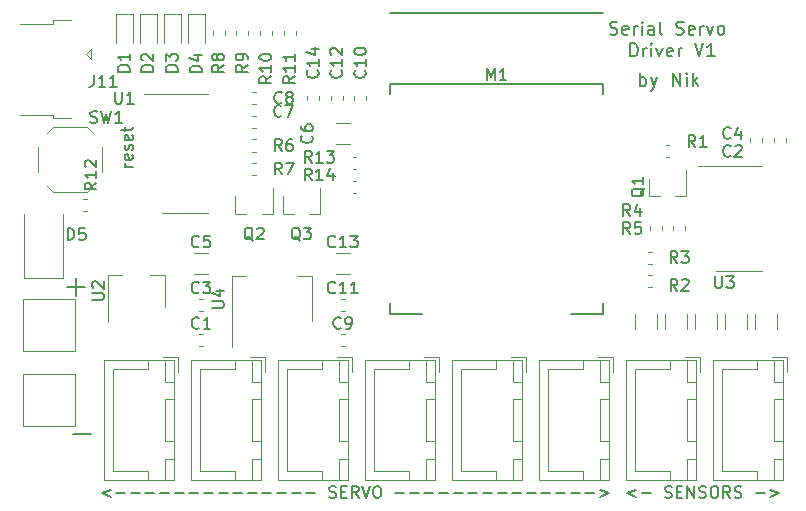
<source format=gbr>
G04 #@! TF.GenerationSoftware,KiCad,Pcbnew,5.1.5*
G04 #@! TF.CreationDate,2020-01-02T18:37:30+01:00*
G04 #@! TF.ProjectId,servodriver,73657276-6f64-4726-9976-65722e6b6963,rev?*
G04 #@! TF.SameCoordinates,Original*
G04 #@! TF.FileFunction,Legend,Top*
G04 #@! TF.FilePolarity,Positive*
%FSLAX46Y46*%
G04 Gerber Fmt 4.6, Leading zero omitted, Abs format (unit mm)*
G04 Created by KiCad (PCBNEW 5.1.5) date 2020-01-02 18:37:30*
%MOMM*%
%LPD*%
G04 APERTURE LIST*
%ADD10C,0.150000*%
%ADD11C,0.200000*%
%ADD12C,0.120000*%
G04 APERTURE END LIST*
D10*
X170355333Y-103671714D02*
X169593428Y-103957428D01*
X170355333Y-104243142D01*
X170831523Y-103957428D02*
X171593428Y-103957428D01*
X172783904Y-104290761D02*
X172926761Y-104338380D01*
X173164857Y-104338380D01*
X173260095Y-104290761D01*
X173307714Y-104243142D01*
X173355333Y-104147904D01*
X173355333Y-104052666D01*
X173307714Y-103957428D01*
X173260095Y-103909809D01*
X173164857Y-103862190D01*
X172974380Y-103814571D01*
X172879142Y-103766952D01*
X172831523Y-103719333D01*
X172783904Y-103624095D01*
X172783904Y-103528857D01*
X172831523Y-103433619D01*
X172879142Y-103386000D01*
X172974380Y-103338380D01*
X173212476Y-103338380D01*
X173355333Y-103386000D01*
X173783904Y-103814571D02*
X174117238Y-103814571D01*
X174260095Y-104338380D02*
X173783904Y-104338380D01*
X173783904Y-103338380D01*
X174260095Y-103338380D01*
X174688666Y-104338380D02*
X174688666Y-103338380D01*
X175260095Y-104338380D01*
X175260095Y-103338380D01*
X175688666Y-104290761D02*
X175831523Y-104338380D01*
X176069619Y-104338380D01*
X176164857Y-104290761D01*
X176212476Y-104243142D01*
X176260095Y-104147904D01*
X176260095Y-104052666D01*
X176212476Y-103957428D01*
X176164857Y-103909809D01*
X176069619Y-103862190D01*
X175879142Y-103814571D01*
X175783904Y-103766952D01*
X175736285Y-103719333D01*
X175688666Y-103624095D01*
X175688666Y-103528857D01*
X175736285Y-103433619D01*
X175783904Y-103386000D01*
X175879142Y-103338380D01*
X176117238Y-103338380D01*
X176260095Y-103386000D01*
X176879142Y-103338380D02*
X177069619Y-103338380D01*
X177164857Y-103386000D01*
X177260095Y-103481238D01*
X177307714Y-103671714D01*
X177307714Y-104005047D01*
X177260095Y-104195523D01*
X177164857Y-104290761D01*
X177069619Y-104338380D01*
X176879142Y-104338380D01*
X176783904Y-104290761D01*
X176688666Y-104195523D01*
X176641047Y-104005047D01*
X176641047Y-103671714D01*
X176688666Y-103481238D01*
X176783904Y-103386000D01*
X176879142Y-103338380D01*
X178307714Y-104338380D02*
X177974380Y-103862190D01*
X177736285Y-104338380D02*
X177736285Y-103338380D01*
X178117238Y-103338380D01*
X178212476Y-103386000D01*
X178260095Y-103433619D01*
X178307714Y-103528857D01*
X178307714Y-103671714D01*
X178260095Y-103766952D01*
X178212476Y-103814571D01*
X178117238Y-103862190D01*
X177736285Y-103862190D01*
X178688666Y-104290761D02*
X178831523Y-104338380D01*
X179069619Y-104338380D01*
X179164857Y-104290761D01*
X179212476Y-104243142D01*
X179260095Y-104147904D01*
X179260095Y-104052666D01*
X179212476Y-103957428D01*
X179164857Y-103909809D01*
X179069619Y-103862190D01*
X178879142Y-103814571D01*
X178783904Y-103766952D01*
X178736285Y-103719333D01*
X178688666Y-103624095D01*
X178688666Y-103528857D01*
X178736285Y-103433619D01*
X178783904Y-103386000D01*
X178879142Y-103338380D01*
X179117238Y-103338380D01*
X179260095Y-103386000D01*
X180450571Y-103957428D02*
X181212476Y-103957428D01*
X181688666Y-103671714D02*
X182450571Y-103957428D01*
X181688666Y-104243142D01*
X125843714Y-103671714D02*
X125081809Y-103957428D01*
X125843714Y-104243142D01*
X126319904Y-103957428D02*
X127081809Y-103957428D01*
X127557999Y-103957428D02*
X128319904Y-103957428D01*
X128796095Y-103957428D02*
X129557999Y-103957428D01*
X130034190Y-103957428D02*
X130796095Y-103957428D01*
X131272285Y-103957428D02*
X132034190Y-103957428D01*
X132510380Y-103957428D02*
X133272285Y-103957428D01*
X133748476Y-103957428D02*
X134510380Y-103957428D01*
X134986571Y-103957428D02*
X135748476Y-103957428D01*
X136224666Y-103957428D02*
X136986571Y-103957428D01*
X137462761Y-103957428D02*
X138224666Y-103957428D01*
X138700857Y-103957428D02*
X139462761Y-103957428D01*
X139938952Y-103957428D02*
X140700857Y-103957428D01*
X141177047Y-103957428D02*
X141938952Y-103957428D01*
X142415142Y-103957428D02*
X143177047Y-103957428D01*
X144367523Y-104290761D02*
X144510380Y-104338380D01*
X144748476Y-104338380D01*
X144843714Y-104290761D01*
X144891333Y-104243142D01*
X144938952Y-104147904D01*
X144938952Y-104052666D01*
X144891333Y-103957428D01*
X144843714Y-103909809D01*
X144748476Y-103862190D01*
X144558000Y-103814571D01*
X144462761Y-103766952D01*
X144415142Y-103719333D01*
X144367523Y-103624095D01*
X144367523Y-103528857D01*
X144415142Y-103433619D01*
X144462761Y-103386000D01*
X144558000Y-103338380D01*
X144796095Y-103338380D01*
X144938952Y-103386000D01*
X145367523Y-103814571D02*
X145700857Y-103814571D01*
X145843714Y-104338380D02*
X145367523Y-104338380D01*
X145367523Y-103338380D01*
X145843714Y-103338380D01*
X146843714Y-104338380D02*
X146510380Y-103862190D01*
X146272285Y-104338380D02*
X146272285Y-103338380D01*
X146653238Y-103338380D01*
X146748476Y-103386000D01*
X146796095Y-103433619D01*
X146843714Y-103528857D01*
X146843714Y-103671714D01*
X146796095Y-103766952D01*
X146748476Y-103814571D01*
X146653238Y-103862190D01*
X146272285Y-103862190D01*
X147129428Y-103338380D02*
X147462761Y-104338380D01*
X147796095Y-103338380D01*
X148319904Y-103338380D02*
X148510380Y-103338380D01*
X148605619Y-103386000D01*
X148700857Y-103481238D01*
X148748476Y-103671714D01*
X148748476Y-104005047D01*
X148700857Y-104195523D01*
X148605619Y-104290761D01*
X148510380Y-104338380D01*
X148319904Y-104338380D01*
X148224666Y-104290761D01*
X148129428Y-104195523D01*
X148081809Y-104005047D01*
X148081809Y-103671714D01*
X148129428Y-103481238D01*
X148224666Y-103386000D01*
X148319904Y-103338380D01*
X149938952Y-103957428D02*
X150700857Y-103957428D01*
X151177047Y-103957428D02*
X151938952Y-103957428D01*
X152415142Y-103957428D02*
X153177047Y-103957428D01*
X153653238Y-103957428D02*
X154415142Y-103957428D01*
X154891333Y-103957428D02*
X155653238Y-103957428D01*
X156129428Y-103957428D02*
X156891333Y-103957428D01*
X157367523Y-103957428D02*
X158129428Y-103957428D01*
X158605619Y-103957428D02*
X159367523Y-103957428D01*
X159843714Y-103957428D02*
X160605619Y-103957428D01*
X161081809Y-103957428D02*
X161843714Y-103957428D01*
X162319904Y-103957428D02*
X163081809Y-103957428D01*
X163558000Y-103957428D02*
X164319904Y-103957428D01*
X164796095Y-103957428D02*
X165558000Y-103957428D01*
X166034190Y-103957428D02*
X166796095Y-103957428D01*
X167272285Y-103671714D02*
X168034190Y-103957428D01*
X167272285Y-104243142D01*
X122682095Y-98948857D02*
X124205904Y-98948857D01*
X122174095Y-86502857D02*
X123697904Y-86502857D01*
X122936000Y-87264761D02*
X122936000Y-85740952D01*
X127706380Y-76295047D02*
X127039714Y-76295047D01*
X127230190Y-76295047D02*
X127134952Y-76247428D01*
X127087333Y-76199809D01*
X127039714Y-76104571D01*
X127039714Y-76009333D01*
X127658761Y-75295047D02*
X127706380Y-75390285D01*
X127706380Y-75580761D01*
X127658761Y-75676000D01*
X127563523Y-75723619D01*
X127182571Y-75723619D01*
X127087333Y-75676000D01*
X127039714Y-75580761D01*
X127039714Y-75390285D01*
X127087333Y-75295047D01*
X127182571Y-75247428D01*
X127277809Y-75247428D01*
X127373047Y-75723619D01*
X127658761Y-74866476D02*
X127706380Y-74771238D01*
X127706380Y-74580761D01*
X127658761Y-74485523D01*
X127563523Y-74437904D01*
X127515904Y-74437904D01*
X127420666Y-74485523D01*
X127373047Y-74580761D01*
X127373047Y-74723619D01*
X127325428Y-74818857D01*
X127230190Y-74866476D01*
X127182571Y-74866476D01*
X127087333Y-74818857D01*
X127039714Y-74723619D01*
X127039714Y-74580761D01*
X127087333Y-74485523D01*
X127658761Y-73628380D02*
X127706380Y-73723619D01*
X127706380Y-73914095D01*
X127658761Y-74009333D01*
X127563523Y-74056952D01*
X127182571Y-74056952D01*
X127087333Y-74009333D01*
X127039714Y-73914095D01*
X127039714Y-73723619D01*
X127087333Y-73628380D01*
X127182571Y-73580761D01*
X127277809Y-73580761D01*
X127373047Y-74056952D01*
X127039714Y-73295047D02*
X127039714Y-72914095D01*
X126706380Y-73152190D02*
X127563523Y-73152190D01*
X127658761Y-73104571D01*
X127706380Y-73009333D01*
X127706380Y-72914095D01*
D11*
X168128761Y-65052238D02*
X168285904Y-65104619D01*
X168547809Y-65104619D01*
X168652571Y-65052238D01*
X168704952Y-64999857D01*
X168757333Y-64895095D01*
X168757333Y-64790333D01*
X168704952Y-64685571D01*
X168652571Y-64633190D01*
X168547809Y-64580809D01*
X168338285Y-64528428D01*
X168233523Y-64476047D01*
X168181142Y-64423666D01*
X168128761Y-64318904D01*
X168128761Y-64214142D01*
X168181142Y-64109380D01*
X168233523Y-64057000D01*
X168338285Y-64004619D01*
X168600190Y-64004619D01*
X168757333Y-64057000D01*
X169647809Y-65052238D02*
X169543047Y-65104619D01*
X169333523Y-65104619D01*
X169228761Y-65052238D01*
X169176380Y-64947476D01*
X169176380Y-64528428D01*
X169228761Y-64423666D01*
X169333523Y-64371285D01*
X169543047Y-64371285D01*
X169647809Y-64423666D01*
X169700190Y-64528428D01*
X169700190Y-64633190D01*
X169176380Y-64737952D01*
X170171619Y-65104619D02*
X170171619Y-64371285D01*
X170171619Y-64580809D02*
X170224000Y-64476047D01*
X170276380Y-64423666D01*
X170381142Y-64371285D01*
X170485904Y-64371285D01*
X170852571Y-65104619D02*
X170852571Y-64371285D01*
X170852571Y-64004619D02*
X170800190Y-64057000D01*
X170852571Y-64109380D01*
X170904952Y-64057000D01*
X170852571Y-64004619D01*
X170852571Y-64109380D01*
X171847809Y-65104619D02*
X171847809Y-64528428D01*
X171795428Y-64423666D01*
X171690666Y-64371285D01*
X171481142Y-64371285D01*
X171376380Y-64423666D01*
X171847809Y-65052238D02*
X171743047Y-65104619D01*
X171481142Y-65104619D01*
X171376380Y-65052238D01*
X171324000Y-64947476D01*
X171324000Y-64842714D01*
X171376380Y-64737952D01*
X171481142Y-64685571D01*
X171743047Y-64685571D01*
X171847809Y-64633190D01*
X172528761Y-65104619D02*
X172424000Y-65052238D01*
X172371619Y-64947476D01*
X172371619Y-64004619D01*
X173733523Y-65052238D02*
X173890666Y-65104619D01*
X174152571Y-65104619D01*
X174257333Y-65052238D01*
X174309714Y-64999857D01*
X174362095Y-64895095D01*
X174362095Y-64790333D01*
X174309714Y-64685571D01*
X174257333Y-64633190D01*
X174152571Y-64580809D01*
X173943047Y-64528428D01*
X173838285Y-64476047D01*
X173785904Y-64423666D01*
X173733523Y-64318904D01*
X173733523Y-64214142D01*
X173785904Y-64109380D01*
X173838285Y-64057000D01*
X173943047Y-64004619D01*
X174204952Y-64004619D01*
X174362095Y-64057000D01*
X175252571Y-65052238D02*
X175147809Y-65104619D01*
X174938285Y-65104619D01*
X174833523Y-65052238D01*
X174781142Y-64947476D01*
X174781142Y-64528428D01*
X174833523Y-64423666D01*
X174938285Y-64371285D01*
X175147809Y-64371285D01*
X175252571Y-64423666D01*
X175304952Y-64528428D01*
X175304952Y-64633190D01*
X174781142Y-64737952D01*
X175776380Y-65104619D02*
X175776380Y-64371285D01*
X175776380Y-64580809D02*
X175828761Y-64476047D01*
X175881142Y-64423666D01*
X175985904Y-64371285D01*
X176090666Y-64371285D01*
X176352571Y-64371285D02*
X176614476Y-65104619D01*
X176876380Y-64371285D01*
X177452571Y-65104619D02*
X177347809Y-65052238D01*
X177295428Y-64999857D01*
X177243047Y-64895095D01*
X177243047Y-64580809D01*
X177295428Y-64476047D01*
X177347809Y-64423666D01*
X177452571Y-64371285D01*
X177609714Y-64371285D01*
X177714476Y-64423666D01*
X177766857Y-64476047D01*
X177819238Y-64580809D01*
X177819238Y-64895095D01*
X177766857Y-64999857D01*
X177714476Y-65052238D01*
X177609714Y-65104619D01*
X177452571Y-65104619D01*
X169857333Y-66954619D02*
X169857333Y-65854619D01*
X170119238Y-65854619D01*
X170276380Y-65907000D01*
X170381142Y-66011761D01*
X170433523Y-66116523D01*
X170485904Y-66326047D01*
X170485904Y-66483190D01*
X170433523Y-66692714D01*
X170381142Y-66797476D01*
X170276380Y-66902238D01*
X170119238Y-66954619D01*
X169857333Y-66954619D01*
X170957333Y-66954619D02*
X170957333Y-66221285D01*
X170957333Y-66430809D02*
X171009714Y-66326047D01*
X171062095Y-66273666D01*
X171166857Y-66221285D01*
X171271619Y-66221285D01*
X171638285Y-66954619D02*
X171638285Y-66221285D01*
X171638285Y-65854619D02*
X171585904Y-65907000D01*
X171638285Y-65959380D01*
X171690666Y-65907000D01*
X171638285Y-65854619D01*
X171638285Y-65959380D01*
X172057333Y-66221285D02*
X172319238Y-66954619D01*
X172581142Y-66221285D01*
X173419238Y-66902238D02*
X173314476Y-66954619D01*
X173104952Y-66954619D01*
X173000190Y-66902238D01*
X172947809Y-66797476D01*
X172947809Y-66378428D01*
X173000190Y-66273666D01*
X173104952Y-66221285D01*
X173314476Y-66221285D01*
X173419238Y-66273666D01*
X173471619Y-66378428D01*
X173471619Y-66483190D01*
X172947809Y-66587952D01*
X173943047Y-66954619D02*
X173943047Y-66221285D01*
X173943047Y-66430809D02*
X173995428Y-66326047D01*
X174047809Y-66273666D01*
X174152571Y-66221285D01*
X174257333Y-66221285D01*
X175304952Y-65854619D02*
X175671619Y-66954619D01*
X176038285Y-65854619D01*
X176981142Y-66954619D02*
X176352571Y-66954619D01*
X176666857Y-66954619D02*
X176666857Y-65854619D01*
X176562095Y-66011761D01*
X176457333Y-66116523D01*
X176352571Y-66168904D01*
X170636714Y-69481238D02*
X170636714Y-68331238D01*
X170636714Y-68769333D02*
X170746238Y-68714571D01*
X170965285Y-68714571D01*
X171074809Y-68769333D01*
X171129571Y-68824095D01*
X171184333Y-68933619D01*
X171184333Y-69262190D01*
X171129571Y-69371714D01*
X171074809Y-69426476D01*
X170965285Y-69481238D01*
X170746238Y-69481238D01*
X170636714Y-69426476D01*
X171567666Y-68714571D02*
X171841476Y-69481238D01*
X172115285Y-68714571D02*
X171841476Y-69481238D01*
X171731952Y-69755047D01*
X171677190Y-69809809D01*
X171567666Y-69864571D01*
X173429571Y-69481238D02*
X173429571Y-68331238D01*
X174086714Y-69481238D01*
X174086714Y-68331238D01*
X174634333Y-69481238D02*
X174634333Y-68714571D01*
X174634333Y-68331238D02*
X174579571Y-68386000D01*
X174634333Y-68440761D01*
X174689095Y-68386000D01*
X174634333Y-68331238D01*
X174634333Y-68440761D01*
X175181952Y-69481238D02*
X175181952Y-68331238D01*
X175291476Y-69043142D02*
X175620047Y-69481238D01*
X175620047Y-68714571D02*
X175181952Y-69152666D01*
D12*
X136090000Y-91600000D02*
X136090000Y-85590000D01*
X142910000Y-89350000D02*
X142910000Y-85590000D01*
X136090000Y-85590000D02*
X137350000Y-85590000D01*
X142910000Y-85590000D02*
X141650000Y-85590000D01*
X125616000Y-85469000D02*
X126816000Y-85469000D01*
X125616000Y-89469000D02*
X125616000Y-85469000D01*
X130416000Y-85469000D02*
X130416000Y-88169000D01*
X129216000Y-85469000D02*
X130416000Y-85469000D01*
X175724000Y-92400000D02*
X174474000Y-92400000D01*
X175724000Y-93650000D02*
X175724000Y-92400000D01*
X170224000Y-102050000D02*
X170224000Y-97750000D01*
X173174000Y-102050000D02*
X170224000Y-102050000D01*
X173174000Y-102800000D02*
X173174000Y-102050000D01*
X170224000Y-93450000D02*
X170224000Y-97750000D01*
X173174000Y-93450000D02*
X170224000Y-93450000D01*
X173174000Y-92700000D02*
X173174000Y-93450000D01*
X175424000Y-102800000D02*
X175424000Y-101000000D01*
X174674000Y-102800000D02*
X175424000Y-102800000D01*
X174674000Y-101000000D02*
X174674000Y-102800000D01*
X175424000Y-101000000D02*
X174674000Y-101000000D01*
X175424000Y-94500000D02*
X175424000Y-92700000D01*
X174674000Y-94500000D02*
X175424000Y-94500000D01*
X174674000Y-92700000D02*
X174674000Y-94500000D01*
X175424000Y-92700000D02*
X174674000Y-92700000D01*
X175424000Y-99500000D02*
X175424000Y-96000000D01*
X174674000Y-99500000D02*
X175424000Y-99500000D01*
X174674000Y-96000000D02*
X174674000Y-99500000D01*
X175424000Y-96000000D02*
X174674000Y-96000000D01*
X175434000Y-102810000D02*
X175434000Y-92690000D01*
X169464000Y-102810000D02*
X175434000Y-102810000D01*
X169464000Y-92690000D02*
X169464000Y-102810000D01*
X175434000Y-92690000D02*
X169464000Y-92690000D01*
X118492000Y-85696000D02*
X118492000Y-80296000D01*
X121792000Y-85696000D02*
X121792000Y-80296000D01*
X118492000Y-85696000D02*
X121792000Y-85696000D01*
X123769000Y-66747000D02*
X124219000Y-66347000D01*
X124219000Y-66347000D02*
X124219000Y-67147000D01*
X124219000Y-67147000D02*
X123769000Y-66747000D01*
X118169000Y-71897000D02*
X120969000Y-71897000D01*
X120969000Y-71897000D02*
X120969000Y-72197000D01*
X120969000Y-72197000D02*
X122519000Y-72197000D01*
X118169000Y-64197000D02*
X120969000Y-64197000D01*
X120969000Y-63897000D02*
X120969000Y-64197000D01*
X120969000Y-63897000D02*
X122519000Y-63897000D01*
X179038000Y-76257000D02*
X175588000Y-76257000D01*
X179038000Y-76257000D02*
X180988000Y-76257000D01*
X179038000Y-85127000D02*
X177088000Y-85127000D01*
X179038000Y-85127000D02*
X180988000Y-85127000D01*
X132128000Y-70116000D02*
X128678000Y-70116000D01*
X132128000Y-70116000D02*
X134078000Y-70116000D01*
X132128000Y-80236000D02*
X130178000Y-80236000D01*
X132128000Y-80236000D02*
X134078000Y-80236000D01*
X123878000Y-78412000D02*
X124368000Y-77922000D01*
X120978000Y-78412000D02*
X123878000Y-78412000D01*
X120978000Y-78412000D02*
X120488000Y-77922000D01*
X120978000Y-72972000D02*
X123878000Y-72972000D01*
X120978000Y-72972000D02*
X120488000Y-73462000D01*
X125148000Y-76732000D02*
X125148000Y-74652000D01*
X123878000Y-72972000D02*
X124368000Y-73462000D01*
X119708000Y-76732000D02*
X119708000Y-74652000D01*
X146662779Y-77490000D02*
X146337221Y-77490000D01*
X146662779Y-78510000D02*
X146337221Y-78510000D01*
X146337221Y-76510000D02*
X146662779Y-76510000D01*
X146337221Y-75490000D02*
X146662779Y-75490000D01*
X123860779Y-78992000D02*
X123535221Y-78992000D01*
X123860779Y-80012000D02*
X123535221Y-80012000D01*
X141510000Y-65162779D02*
X141510000Y-64837221D01*
X140490000Y-65162779D02*
X140490000Y-64837221D01*
X139510000Y-65162779D02*
X139510000Y-64837221D01*
X138490000Y-65162779D02*
X138490000Y-64837221D01*
X137510000Y-65162779D02*
X137510000Y-64837221D01*
X136490000Y-65162779D02*
X136490000Y-64837221D01*
X135510000Y-65162779D02*
X135510000Y-64837221D01*
X134490000Y-65162779D02*
X134490000Y-64837221D01*
X138162779Y-75990000D02*
X137837221Y-75990000D01*
X138162779Y-77010000D02*
X137837221Y-77010000D01*
X138162779Y-73990000D02*
X137837221Y-73990000D01*
X138162779Y-75010000D02*
X137837221Y-75010000D01*
X174510000Y-81662779D02*
X174510000Y-81337221D01*
X173490000Y-81662779D02*
X173490000Y-81337221D01*
X172510000Y-81662779D02*
X172510000Y-81337221D01*
X171490000Y-81662779D02*
X171490000Y-81337221D01*
X171662779Y-83490000D02*
X171337221Y-83490000D01*
X171662779Y-84510000D02*
X171337221Y-84510000D01*
X171337221Y-86510000D02*
X171662779Y-86510000D01*
X171337221Y-85490000D02*
X171662779Y-85490000D01*
X173162779Y-74490000D02*
X172837221Y-74490000D01*
X173162779Y-75510000D02*
X172837221Y-75510000D01*
X140420000Y-80260000D02*
X140420000Y-78800000D01*
X143580000Y-80260000D02*
X143580000Y-78100000D01*
X143580000Y-80260000D02*
X142650000Y-80260000D01*
X140420000Y-80260000D02*
X141350000Y-80260000D01*
X136420000Y-80260000D02*
X136420000Y-78800000D01*
X139580000Y-80260000D02*
X139580000Y-78100000D01*
X139580000Y-80260000D02*
X138650000Y-80260000D01*
X136420000Y-80260000D02*
X137350000Y-80260000D01*
X171420000Y-78760000D02*
X171420000Y-77300000D01*
X174580000Y-78760000D02*
X174580000Y-76600000D01*
X174580000Y-78760000D02*
X173650000Y-78760000D01*
X171420000Y-78760000D02*
X172350000Y-78760000D01*
D10*
X149500000Y-63250000D02*
X167500000Y-63250000D01*
X149500000Y-69250000D02*
X167500000Y-69250000D01*
X149500000Y-88750000D02*
X152200000Y-88750000D01*
X167500000Y-88750000D02*
X164800000Y-88750000D01*
X167500000Y-69250000D02*
X167500000Y-70150000D01*
X149500000Y-69250000D02*
X167500000Y-69250000D01*
X149500000Y-88750000D02*
X149500000Y-87850000D01*
X167500000Y-88750000D02*
X167500000Y-87850000D01*
X149500000Y-69250000D02*
X149500000Y-70150000D01*
D12*
X168358000Y-92400000D02*
X167108000Y-92400000D01*
X168358000Y-93650000D02*
X168358000Y-92400000D01*
X162858000Y-102050000D02*
X162858000Y-97750000D01*
X165808000Y-102050000D02*
X162858000Y-102050000D01*
X165808000Y-102800000D02*
X165808000Y-102050000D01*
X162858000Y-93450000D02*
X162858000Y-97750000D01*
X165808000Y-93450000D02*
X162858000Y-93450000D01*
X165808000Y-92700000D02*
X165808000Y-93450000D01*
X168058000Y-102800000D02*
X168058000Y-101000000D01*
X167308000Y-102800000D02*
X168058000Y-102800000D01*
X167308000Y-101000000D02*
X167308000Y-102800000D01*
X168058000Y-101000000D02*
X167308000Y-101000000D01*
X168058000Y-94500000D02*
X168058000Y-92700000D01*
X167308000Y-94500000D02*
X168058000Y-94500000D01*
X167308000Y-92700000D02*
X167308000Y-94500000D01*
X168058000Y-92700000D02*
X167308000Y-92700000D01*
X168058000Y-99500000D02*
X168058000Y-96000000D01*
X167308000Y-99500000D02*
X168058000Y-99500000D01*
X167308000Y-96000000D02*
X167308000Y-99500000D01*
X168058000Y-96000000D02*
X167308000Y-96000000D01*
X168068000Y-102810000D02*
X168068000Y-92690000D01*
X162098000Y-102810000D02*
X168068000Y-102810000D01*
X162098000Y-92690000D02*
X162098000Y-102810000D01*
X168068000Y-92690000D02*
X162098000Y-92690000D01*
X131528000Y-92400000D02*
X130278000Y-92400000D01*
X131528000Y-93650000D02*
X131528000Y-92400000D01*
X126028000Y-102050000D02*
X126028000Y-97750000D01*
X128978000Y-102050000D02*
X126028000Y-102050000D01*
X128978000Y-102800000D02*
X128978000Y-102050000D01*
X126028000Y-93450000D02*
X126028000Y-97750000D01*
X128978000Y-93450000D02*
X126028000Y-93450000D01*
X128978000Y-92700000D02*
X128978000Y-93450000D01*
X131228000Y-102800000D02*
X131228000Y-101000000D01*
X130478000Y-102800000D02*
X131228000Y-102800000D01*
X130478000Y-101000000D02*
X130478000Y-102800000D01*
X131228000Y-101000000D02*
X130478000Y-101000000D01*
X131228000Y-94500000D02*
X131228000Y-92700000D01*
X130478000Y-94500000D02*
X131228000Y-94500000D01*
X130478000Y-92700000D02*
X130478000Y-94500000D01*
X131228000Y-92700000D02*
X130478000Y-92700000D01*
X131228000Y-99500000D02*
X131228000Y-96000000D01*
X130478000Y-99500000D02*
X131228000Y-99500000D01*
X130478000Y-96000000D02*
X130478000Y-99500000D01*
X131228000Y-96000000D02*
X130478000Y-96000000D01*
X131238000Y-102810000D02*
X131238000Y-92690000D01*
X125268000Y-102810000D02*
X131238000Y-102810000D01*
X125268000Y-92690000D02*
X125268000Y-102810000D01*
X131238000Y-92690000D02*
X125268000Y-92690000D01*
X146260000Y-92400000D02*
X145010000Y-92400000D01*
X146260000Y-93650000D02*
X146260000Y-92400000D01*
X140760000Y-102050000D02*
X140760000Y-97750000D01*
X143710000Y-102050000D02*
X140760000Y-102050000D01*
X143710000Y-102800000D02*
X143710000Y-102050000D01*
X140760000Y-93450000D02*
X140760000Y-97750000D01*
X143710000Y-93450000D02*
X140760000Y-93450000D01*
X143710000Y-92700000D02*
X143710000Y-93450000D01*
X145960000Y-102800000D02*
X145960000Y-101000000D01*
X145210000Y-102800000D02*
X145960000Y-102800000D01*
X145210000Y-101000000D02*
X145210000Y-102800000D01*
X145960000Y-101000000D02*
X145210000Y-101000000D01*
X145960000Y-94500000D02*
X145960000Y-92700000D01*
X145210000Y-94500000D02*
X145960000Y-94500000D01*
X145210000Y-92700000D02*
X145210000Y-94500000D01*
X145960000Y-92700000D02*
X145210000Y-92700000D01*
X145960000Y-99500000D02*
X145960000Y-96000000D01*
X145210000Y-99500000D02*
X145960000Y-99500000D01*
X145210000Y-96000000D02*
X145210000Y-99500000D01*
X145960000Y-96000000D02*
X145210000Y-96000000D01*
X145970000Y-102810000D02*
X145970000Y-92690000D01*
X140000000Y-102810000D02*
X145970000Y-102810000D01*
X140000000Y-92690000D02*
X140000000Y-102810000D01*
X145970000Y-92690000D02*
X140000000Y-92690000D01*
X138894000Y-92400000D02*
X137644000Y-92400000D01*
X138894000Y-93650000D02*
X138894000Y-92400000D01*
X133394000Y-102050000D02*
X133394000Y-97750000D01*
X136344000Y-102050000D02*
X133394000Y-102050000D01*
X136344000Y-102800000D02*
X136344000Y-102050000D01*
X133394000Y-93450000D02*
X133394000Y-97750000D01*
X136344000Y-93450000D02*
X133394000Y-93450000D01*
X136344000Y-92700000D02*
X136344000Y-93450000D01*
X138594000Y-102800000D02*
X138594000Y-101000000D01*
X137844000Y-102800000D02*
X138594000Y-102800000D01*
X137844000Y-101000000D02*
X137844000Y-102800000D01*
X138594000Y-101000000D02*
X137844000Y-101000000D01*
X138594000Y-94500000D02*
X138594000Y-92700000D01*
X137844000Y-94500000D02*
X138594000Y-94500000D01*
X137844000Y-92700000D02*
X137844000Y-94500000D01*
X138594000Y-92700000D02*
X137844000Y-92700000D01*
X138594000Y-99500000D02*
X138594000Y-96000000D01*
X137844000Y-99500000D02*
X138594000Y-99500000D01*
X137844000Y-96000000D02*
X137844000Y-99500000D01*
X138594000Y-96000000D02*
X137844000Y-96000000D01*
X138604000Y-102810000D02*
X138604000Y-92690000D01*
X132634000Y-102810000D02*
X138604000Y-102810000D01*
X132634000Y-92690000D02*
X132634000Y-102810000D01*
X138604000Y-92690000D02*
X132634000Y-92690000D01*
X160992000Y-92400000D02*
X159742000Y-92400000D01*
X160992000Y-93650000D02*
X160992000Y-92400000D01*
X155492000Y-102050000D02*
X155492000Y-97750000D01*
X158442000Y-102050000D02*
X155492000Y-102050000D01*
X158442000Y-102800000D02*
X158442000Y-102050000D01*
X155492000Y-93450000D02*
X155492000Y-97750000D01*
X158442000Y-93450000D02*
X155492000Y-93450000D01*
X158442000Y-92700000D02*
X158442000Y-93450000D01*
X160692000Y-102800000D02*
X160692000Y-101000000D01*
X159942000Y-102800000D02*
X160692000Y-102800000D01*
X159942000Y-101000000D02*
X159942000Y-102800000D01*
X160692000Y-101000000D02*
X159942000Y-101000000D01*
X160692000Y-94500000D02*
X160692000Y-92700000D01*
X159942000Y-94500000D02*
X160692000Y-94500000D01*
X159942000Y-92700000D02*
X159942000Y-94500000D01*
X160692000Y-92700000D02*
X159942000Y-92700000D01*
X160692000Y-99500000D02*
X160692000Y-96000000D01*
X159942000Y-99500000D02*
X160692000Y-99500000D01*
X159942000Y-96000000D02*
X159942000Y-99500000D01*
X160692000Y-96000000D02*
X159942000Y-96000000D01*
X160702000Y-102810000D02*
X160702000Y-92690000D01*
X154732000Y-102810000D02*
X160702000Y-102810000D01*
X154732000Y-92690000D02*
X154732000Y-102810000D01*
X160702000Y-92690000D02*
X154732000Y-92690000D01*
X183090000Y-92400000D02*
X181840000Y-92400000D01*
X183090000Y-93650000D02*
X183090000Y-92400000D01*
X177590000Y-102050000D02*
X177590000Y-97750000D01*
X180540000Y-102050000D02*
X177590000Y-102050000D01*
X180540000Y-102800000D02*
X180540000Y-102050000D01*
X177590000Y-93450000D02*
X177590000Y-97750000D01*
X180540000Y-93450000D02*
X177590000Y-93450000D01*
X180540000Y-92700000D02*
X180540000Y-93450000D01*
X182790000Y-102800000D02*
X182790000Y-101000000D01*
X182040000Y-102800000D02*
X182790000Y-102800000D01*
X182040000Y-101000000D02*
X182040000Y-102800000D01*
X182790000Y-101000000D02*
X182040000Y-101000000D01*
X182790000Y-94500000D02*
X182790000Y-92700000D01*
X182040000Y-94500000D02*
X182790000Y-94500000D01*
X182040000Y-92700000D02*
X182040000Y-94500000D01*
X182790000Y-92700000D02*
X182040000Y-92700000D01*
X182790000Y-99500000D02*
X182790000Y-96000000D01*
X182040000Y-99500000D02*
X182790000Y-99500000D01*
X182040000Y-96000000D02*
X182040000Y-99500000D01*
X182790000Y-96000000D02*
X182040000Y-96000000D01*
X182800000Y-102810000D02*
X182800000Y-92690000D01*
X176830000Y-102810000D02*
X182800000Y-102810000D01*
X176830000Y-92690000D02*
X176830000Y-102810000D01*
X182800000Y-92690000D02*
X176830000Y-92690000D01*
X153626000Y-92400000D02*
X152376000Y-92400000D01*
X153626000Y-93650000D02*
X153626000Y-92400000D01*
X148126000Y-102050000D02*
X148126000Y-97750000D01*
X151076000Y-102050000D02*
X148126000Y-102050000D01*
X151076000Y-102800000D02*
X151076000Y-102050000D01*
X148126000Y-93450000D02*
X148126000Y-97750000D01*
X151076000Y-93450000D02*
X148126000Y-93450000D01*
X151076000Y-92700000D02*
X151076000Y-93450000D01*
X153326000Y-102800000D02*
X153326000Y-101000000D01*
X152576000Y-102800000D02*
X153326000Y-102800000D01*
X152576000Y-101000000D02*
X152576000Y-102800000D01*
X153326000Y-101000000D02*
X152576000Y-101000000D01*
X153326000Y-94500000D02*
X153326000Y-92700000D01*
X152576000Y-94500000D02*
X153326000Y-94500000D01*
X152576000Y-92700000D02*
X152576000Y-94500000D01*
X153326000Y-92700000D02*
X152576000Y-92700000D01*
X153326000Y-99500000D02*
X153326000Y-96000000D01*
X152576000Y-99500000D02*
X153326000Y-99500000D01*
X152576000Y-96000000D02*
X152576000Y-99500000D01*
X153326000Y-96000000D02*
X152576000Y-96000000D01*
X153336000Y-102810000D02*
X153336000Y-92690000D01*
X147366000Y-102810000D02*
X153336000Y-102810000D01*
X147366000Y-92690000D02*
X147366000Y-102810000D01*
X153336000Y-92690000D02*
X147366000Y-92690000D01*
X118450000Y-98212000D02*
X118450000Y-93812000D01*
X122850000Y-98212000D02*
X118450000Y-98212000D01*
X122850000Y-93812000D02*
X122850000Y-98212000D01*
X118450000Y-93812000D02*
X122850000Y-93812000D01*
X118450000Y-91862000D02*
X118450000Y-87462000D01*
X122850000Y-91862000D02*
X118450000Y-91862000D01*
X122850000Y-87462000D02*
X122850000Y-91862000D01*
X118450000Y-87462000D02*
X122850000Y-87462000D01*
X132361000Y-63364000D02*
X132361000Y-65824000D01*
X133831000Y-63364000D02*
X132361000Y-63364000D01*
X133831000Y-65824000D02*
X133831000Y-63364000D01*
X130329000Y-63364000D02*
X130329000Y-65824000D01*
X131799000Y-63364000D02*
X130329000Y-63364000D01*
X131799000Y-65824000D02*
X131799000Y-63364000D01*
X128297000Y-63364000D02*
X128297000Y-65824000D01*
X129767000Y-63364000D02*
X128297000Y-63364000D01*
X129767000Y-65824000D02*
X129767000Y-63364000D01*
X126265000Y-63364000D02*
X126265000Y-65824000D01*
X127735000Y-63364000D02*
X126265000Y-63364000D01*
X127735000Y-65824000D02*
X127735000Y-63364000D01*
X172106000Y-90010064D02*
X172106000Y-88805936D01*
X170286000Y-90010064D02*
X170286000Y-88805936D01*
X179726000Y-90010064D02*
X179726000Y-88805936D01*
X177906000Y-90010064D02*
X177906000Y-88805936D01*
X182266000Y-90010064D02*
X182266000Y-88805936D01*
X180446000Y-90010064D02*
X180446000Y-88805936D01*
X177186000Y-90010064D02*
X177186000Y-88805936D01*
X175366000Y-90010064D02*
X175366000Y-88805936D01*
X174646000Y-90010064D02*
X174646000Y-88805936D01*
X172826000Y-90010064D02*
X172826000Y-88805936D01*
X143510000Y-70662779D02*
X143510000Y-70337221D01*
X142490000Y-70662779D02*
X142490000Y-70337221D01*
X144897936Y-85410000D02*
X146102064Y-85410000D01*
X144897936Y-83590000D02*
X146102064Y-83590000D01*
X145510000Y-70662779D02*
X145510000Y-70337221D01*
X144490000Y-70662779D02*
X144490000Y-70337221D01*
X145337221Y-88510000D02*
X145662779Y-88510000D01*
X145337221Y-87490000D02*
X145662779Y-87490000D01*
X147510000Y-70662779D02*
X147510000Y-70337221D01*
X146490000Y-70662779D02*
X146490000Y-70337221D01*
X145337221Y-91510000D02*
X145662779Y-91510000D01*
X145337221Y-90490000D02*
X145662779Y-90490000D01*
X137837221Y-71010000D02*
X138162779Y-71010000D01*
X137837221Y-69990000D02*
X138162779Y-69990000D01*
X137837221Y-73010000D02*
X138162779Y-73010000D01*
X137837221Y-71990000D02*
X138162779Y-71990000D01*
X146102064Y-72590000D02*
X144897936Y-72590000D01*
X146102064Y-74410000D02*
X144897936Y-74410000D01*
X132897936Y-85410000D02*
X134102064Y-85410000D01*
X132897936Y-83590000D02*
X134102064Y-83590000D01*
X183010000Y-74162779D02*
X183010000Y-73837221D01*
X181990000Y-74162779D02*
X181990000Y-73837221D01*
X133337221Y-88510000D02*
X133662779Y-88510000D01*
X133337221Y-87490000D02*
X133662779Y-87490000D01*
X181010000Y-74162779D02*
X181010000Y-73837221D01*
X179990000Y-74162779D02*
X179990000Y-73837221D01*
X133337221Y-91510000D02*
X133662779Y-91510000D01*
X133337221Y-90490000D02*
X133662779Y-90490000D01*
D10*
X134452380Y-88261904D02*
X135261904Y-88261904D01*
X135357142Y-88214285D01*
X135404761Y-88166666D01*
X135452380Y-88071428D01*
X135452380Y-87880952D01*
X135404761Y-87785714D01*
X135357142Y-87738095D01*
X135261904Y-87690476D01*
X134452380Y-87690476D01*
X134785714Y-86785714D02*
X135452380Y-86785714D01*
X134404761Y-87023809D02*
X135119047Y-87261904D01*
X135119047Y-86642857D01*
X124268380Y-87560904D02*
X125077904Y-87560904D01*
X125173142Y-87513285D01*
X125220761Y-87465666D01*
X125268380Y-87370428D01*
X125268380Y-87179952D01*
X125220761Y-87084714D01*
X125173142Y-87037095D01*
X125077904Y-86989476D01*
X124268380Y-86989476D01*
X124363619Y-86560904D02*
X124316000Y-86513285D01*
X124268380Y-86418047D01*
X124268380Y-86179952D01*
X124316000Y-86084714D01*
X124363619Y-86037095D01*
X124458857Y-85989476D01*
X124554095Y-85989476D01*
X124696952Y-86037095D01*
X125268380Y-86608523D01*
X125268380Y-85989476D01*
X122197904Y-82494380D02*
X122197904Y-81494380D01*
X122436000Y-81494380D01*
X122578857Y-81542000D01*
X122674095Y-81637238D01*
X122721714Y-81732476D01*
X122769333Y-81922952D01*
X122769333Y-82065809D01*
X122721714Y-82256285D01*
X122674095Y-82351523D01*
X122578857Y-82446761D01*
X122436000Y-82494380D01*
X122197904Y-82494380D01*
X123674095Y-81494380D02*
X123197904Y-81494380D01*
X123150285Y-81970571D01*
X123197904Y-81922952D01*
X123293142Y-81875333D01*
X123531238Y-81875333D01*
X123626476Y-81922952D01*
X123674095Y-81970571D01*
X123721714Y-82065809D01*
X123721714Y-82303904D01*
X123674095Y-82399142D01*
X123626476Y-82446761D01*
X123531238Y-82494380D01*
X123293142Y-82494380D01*
X123197904Y-82446761D01*
X123150285Y-82399142D01*
X124412476Y-68540380D02*
X124412476Y-69254666D01*
X124364857Y-69397523D01*
X124269619Y-69492761D01*
X124126761Y-69540380D01*
X124031523Y-69540380D01*
X125412476Y-69540380D02*
X124841047Y-69540380D01*
X125126761Y-69540380D02*
X125126761Y-68540380D01*
X125031523Y-68683238D01*
X124936285Y-68778476D01*
X124841047Y-68826095D01*
X126364857Y-69540380D02*
X125793428Y-69540380D01*
X126079142Y-69540380D02*
X126079142Y-68540380D01*
X125983904Y-68683238D01*
X125888666Y-68778476D01*
X125793428Y-68826095D01*
X177038095Y-85558380D02*
X177038095Y-86367904D01*
X177085714Y-86463142D01*
X177133333Y-86510761D01*
X177228571Y-86558380D01*
X177419047Y-86558380D01*
X177514285Y-86510761D01*
X177561904Y-86463142D01*
X177609523Y-86367904D01*
X177609523Y-85558380D01*
X177990476Y-85558380D02*
X178609523Y-85558380D01*
X178276190Y-85939333D01*
X178419047Y-85939333D01*
X178514285Y-85986952D01*
X178561904Y-86034571D01*
X178609523Y-86129809D01*
X178609523Y-86367904D01*
X178561904Y-86463142D01*
X178514285Y-86510761D01*
X178419047Y-86558380D01*
X178133333Y-86558380D01*
X178038095Y-86510761D01*
X177990476Y-86463142D01*
X126238095Y-69952380D02*
X126238095Y-70761904D01*
X126285714Y-70857142D01*
X126333333Y-70904761D01*
X126428571Y-70952380D01*
X126619047Y-70952380D01*
X126714285Y-70904761D01*
X126761904Y-70857142D01*
X126809523Y-70761904D01*
X126809523Y-69952380D01*
X127809523Y-70952380D02*
X127238095Y-70952380D01*
X127523809Y-70952380D02*
X127523809Y-69952380D01*
X127428571Y-70095238D01*
X127333333Y-70190476D01*
X127238095Y-70238095D01*
X124142666Y-72540761D02*
X124285523Y-72588380D01*
X124523619Y-72588380D01*
X124618857Y-72540761D01*
X124666476Y-72493142D01*
X124714095Y-72397904D01*
X124714095Y-72302666D01*
X124666476Y-72207428D01*
X124618857Y-72159809D01*
X124523619Y-72112190D01*
X124333142Y-72064571D01*
X124237904Y-72016952D01*
X124190285Y-71969333D01*
X124142666Y-71874095D01*
X124142666Y-71778857D01*
X124190285Y-71683619D01*
X124237904Y-71636000D01*
X124333142Y-71588380D01*
X124571238Y-71588380D01*
X124714095Y-71636000D01*
X125047428Y-71588380D02*
X125285523Y-72588380D01*
X125476000Y-71874095D01*
X125666476Y-72588380D01*
X125904571Y-71588380D01*
X126809333Y-72588380D02*
X126237904Y-72588380D01*
X126523619Y-72588380D02*
X126523619Y-71588380D01*
X126428380Y-71731238D01*
X126333142Y-71826476D01*
X126237904Y-71874095D01*
X142857142Y-77452380D02*
X142523809Y-76976190D01*
X142285714Y-77452380D02*
X142285714Y-76452380D01*
X142666666Y-76452380D01*
X142761904Y-76500000D01*
X142809523Y-76547619D01*
X142857142Y-76642857D01*
X142857142Y-76785714D01*
X142809523Y-76880952D01*
X142761904Y-76928571D01*
X142666666Y-76976190D01*
X142285714Y-76976190D01*
X143809523Y-77452380D02*
X143238095Y-77452380D01*
X143523809Y-77452380D02*
X143523809Y-76452380D01*
X143428571Y-76595238D01*
X143333333Y-76690476D01*
X143238095Y-76738095D01*
X144666666Y-76785714D02*
X144666666Y-77452380D01*
X144428571Y-76404761D02*
X144190476Y-77119047D01*
X144809523Y-77119047D01*
X142857142Y-75952380D02*
X142523809Y-75476190D01*
X142285714Y-75952380D02*
X142285714Y-74952380D01*
X142666666Y-74952380D01*
X142761904Y-75000000D01*
X142809523Y-75047619D01*
X142857142Y-75142857D01*
X142857142Y-75285714D01*
X142809523Y-75380952D01*
X142761904Y-75428571D01*
X142666666Y-75476190D01*
X142285714Y-75476190D01*
X143809523Y-75952380D02*
X143238095Y-75952380D01*
X143523809Y-75952380D02*
X143523809Y-74952380D01*
X143428571Y-75095238D01*
X143333333Y-75190476D01*
X143238095Y-75238095D01*
X144142857Y-74952380D02*
X144761904Y-74952380D01*
X144428571Y-75333333D01*
X144571428Y-75333333D01*
X144666666Y-75380952D01*
X144714285Y-75428571D01*
X144761904Y-75523809D01*
X144761904Y-75761904D01*
X144714285Y-75857142D01*
X144666666Y-75904761D01*
X144571428Y-75952380D01*
X144285714Y-75952380D01*
X144190476Y-75904761D01*
X144142857Y-75857142D01*
X124650380Y-77644857D02*
X124174190Y-77978190D01*
X124650380Y-78216285D02*
X123650380Y-78216285D01*
X123650380Y-77835333D01*
X123698000Y-77740095D01*
X123745619Y-77692476D01*
X123840857Y-77644857D01*
X123983714Y-77644857D01*
X124078952Y-77692476D01*
X124126571Y-77740095D01*
X124174190Y-77835333D01*
X124174190Y-78216285D01*
X124650380Y-76692476D02*
X124650380Y-77263904D01*
X124650380Y-76978190D02*
X123650380Y-76978190D01*
X123793238Y-77073428D01*
X123888476Y-77168666D01*
X123936095Y-77263904D01*
X123745619Y-76311523D02*
X123698000Y-76263904D01*
X123650380Y-76168666D01*
X123650380Y-75930571D01*
X123698000Y-75835333D01*
X123745619Y-75787714D01*
X123840857Y-75740095D01*
X123936095Y-75740095D01*
X124078952Y-75787714D01*
X124650380Y-76359142D01*
X124650380Y-75740095D01*
X141452380Y-68642857D02*
X140976190Y-68976190D01*
X141452380Y-69214285D02*
X140452380Y-69214285D01*
X140452380Y-68833333D01*
X140500000Y-68738095D01*
X140547619Y-68690476D01*
X140642857Y-68642857D01*
X140785714Y-68642857D01*
X140880952Y-68690476D01*
X140928571Y-68738095D01*
X140976190Y-68833333D01*
X140976190Y-69214285D01*
X141452380Y-67690476D02*
X141452380Y-68261904D01*
X141452380Y-67976190D02*
X140452380Y-67976190D01*
X140595238Y-68071428D01*
X140690476Y-68166666D01*
X140738095Y-68261904D01*
X141452380Y-66738095D02*
X141452380Y-67309523D01*
X141452380Y-67023809D02*
X140452380Y-67023809D01*
X140595238Y-67119047D01*
X140690476Y-67214285D01*
X140738095Y-67309523D01*
X139452380Y-68642857D02*
X138976190Y-68976190D01*
X139452380Y-69214285D02*
X138452380Y-69214285D01*
X138452380Y-68833333D01*
X138500000Y-68738095D01*
X138547619Y-68690476D01*
X138642857Y-68642857D01*
X138785714Y-68642857D01*
X138880952Y-68690476D01*
X138928571Y-68738095D01*
X138976190Y-68833333D01*
X138976190Y-69214285D01*
X139452380Y-67690476D02*
X139452380Y-68261904D01*
X139452380Y-67976190D02*
X138452380Y-67976190D01*
X138595238Y-68071428D01*
X138690476Y-68166666D01*
X138738095Y-68261904D01*
X138452380Y-67071428D02*
X138452380Y-66976190D01*
X138500000Y-66880952D01*
X138547619Y-66833333D01*
X138642857Y-66785714D01*
X138833333Y-66738095D01*
X139071428Y-66738095D01*
X139261904Y-66785714D01*
X139357142Y-66833333D01*
X139404761Y-66880952D01*
X139452380Y-66976190D01*
X139452380Y-67071428D01*
X139404761Y-67166666D01*
X139357142Y-67214285D01*
X139261904Y-67261904D01*
X139071428Y-67309523D01*
X138833333Y-67309523D01*
X138642857Y-67261904D01*
X138547619Y-67214285D01*
X138500000Y-67166666D01*
X138452380Y-67071428D01*
X137452380Y-67666666D02*
X136976190Y-68000000D01*
X137452380Y-68238095D02*
X136452380Y-68238095D01*
X136452380Y-67857142D01*
X136500000Y-67761904D01*
X136547619Y-67714285D01*
X136642857Y-67666666D01*
X136785714Y-67666666D01*
X136880952Y-67714285D01*
X136928571Y-67761904D01*
X136976190Y-67857142D01*
X136976190Y-68238095D01*
X137452380Y-67190476D02*
X137452380Y-67000000D01*
X137404761Y-66904761D01*
X137357142Y-66857142D01*
X137214285Y-66761904D01*
X137023809Y-66714285D01*
X136642857Y-66714285D01*
X136547619Y-66761904D01*
X136500000Y-66809523D01*
X136452380Y-66904761D01*
X136452380Y-67095238D01*
X136500000Y-67190476D01*
X136547619Y-67238095D01*
X136642857Y-67285714D01*
X136880952Y-67285714D01*
X136976190Y-67238095D01*
X137023809Y-67190476D01*
X137071428Y-67095238D01*
X137071428Y-66904761D01*
X137023809Y-66809523D01*
X136976190Y-66761904D01*
X136880952Y-66714285D01*
X135452380Y-67666666D02*
X134976190Y-68000000D01*
X135452380Y-68238095D02*
X134452380Y-68238095D01*
X134452380Y-67857142D01*
X134500000Y-67761904D01*
X134547619Y-67714285D01*
X134642857Y-67666666D01*
X134785714Y-67666666D01*
X134880952Y-67714285D01*
X134928571Y-67761904D01*
X134976190Y-67857142D01*
X134976190Y-68238095D01*
X134880952Y-67095238D02*
X134833333Y-67190476D01*
X134785714Y-67238095D01*
X134690476Y-67285714D01*
X134642857Y-67285714D01*
X134547619Y-67238095D01*
X134500000Y-67190476D01*
X134452380Y-67095238D01*
X134452380Y-66904761D01*
X134500000Y-66809523D01*
X134547619Y-66761904D01*
X134642857Y-66714285D01*
X134690476Y-66714285D01*
X134785714Y-66761904D01*
X134833333Y-66809523D01*
X134880952Y-66904761D01*
X134880952Y-67095238D01*
X134928571Y-67190476D01*
X134976190Y-67238095D01*
X135071428Y-67285714D01*
X135261904Y-67285714D01*
X135357142Y-67238095D01*
X135404761Y-67190476D01*
X135452380Y-67095238D01*
X135452380Y-66904761D01*
X135404761Y-66809523D01*
X135357142Y-66761904D01*
X135261904Y-66714285D01*
X135071428Y-66714285D01*
X134976190Y-66761904D01*
X134928571Y-66809523D01*
X134880952Y-66904761D01*
X140333333Y-76952380D02*
X140000000Y-76476190D01*
X139761904Y-76952380D02*
X139761904Y-75952380D01*
X140142857Y-75952380D01*
X140238095Y-76000000D01*
X140285714Y-76047619D01*
X140333333Y-76142857D01*
X140333333Y-76285714D01*
X140285714Y-76380952D01*
X140238095Y-76428571D01*
X140142857Y-76476190D01*
X139761904Y-76476190D01*
X140666666Y-75952380D02*
X141333333Y-75952380D01*
X140904761Y-76952380D01*
X140333333Y-74952380D02*
X140000000Y-74476190D01*
X139761904Y-74952380D02*
X139761904Y-73952380D01*
X140142857Y-73952380D01*
X140238095Y-74000000D01*
X140285714Y-74047619D01*
X140333333Y-74142857D01*
X140333333Y-74285714D01*
X140285714Y-74380952D01*
X140238095Y-74428571D01*
X140142857Y-74476190D01*
X139761904Y-74476190D01*
X141190476Y-73952380D02*
X141000000Y-73952380D01*
X140904761Y-74000000D01*
X140857142Y-74047619D01*
X140761904Y-74190476D01*
X140714285Y-74380952D01*
X140714285Y-74761904D01*
X140761904Y-74857142D01*
X140809523Y-74904761D01*
X140904761Y-74952380D01*
X141095238Y-74952380D01*
X141190476Y-74904761D01*
X141238095Y-74857142D01*
X141285714Y-74761904D01*
X141285714Y-74523809D01*
X141238095Y-74428571D01*
X141190476Y-74380952D01*
X141095238Y-74333333D01*
X140904761Y-74333333D01*
X140809523Y-74380952D01*
X140761904Y-74428571D01*
X140714285Y-74523809D01*
X169833333Y-81986380D02*
X169500000Y-81510190D01*
X169261904Y-81986380D02*
X169261904Y-80986380D01*
X169642857Y-80986380D01*
X169738095Y-81034000D01*
X169785714Y-81081619D01*
X169833333Y-81176857D01*
X169833333Y-81319714D01*
X169785714Y-81414952D01*
X169738095Y-81462571D01*
X169642857Y-81510190D01*
X169261904Y-81510190D01*
X170738095Y-80986380D02*
X170261904Y-80986380D01*
X170214285Y-81462571D01*
X170261904Y-81414952D01*
X170357142Y-81367333D01*
X170595238Y-81367333D01*
X170690476Y-81414952D01*
X170738095Y-81462571D01*
X170785714Y-81557809D01*
X170785714Y-81795904D01*
X170738095Y-81891142D01*
X170690476Y-81938761D01*
X170595238Y-81986380D01*
X170357142Y-81986380D01*
X170261904Y-81938761D01*
X170214285Y-81891142D01*
X169833333Y-80462380D02*
X169500000Y-79986190D01*
X169261904Y-80462380D02*
X169261904Y-79462380D01*
X169642857Y-79462380D01*
X169738095Y-79510000D01*
X169785714Y-79557619D01*
X169833333Y-79652857D01*
X169833333Y-79795714D01*
X169785714Y-79890952D01*
X169738095Y-79938571D01*
X169642857Y-79986190D01*
X169261904Y-79986190D01*
X170690476Y-79795714D02*
X170690476Y-80462380D01*
X170452380Y-79414761D02*
X170214285Y-80129047D01*
X170833333Y-80129047D01*
X173833333Y-84452380D02*
X173500000Y-83976190D01*
X173261904Y-84452380D02*
X173261904Y-83452380D01*
X173642857Y-83452380D01*
X173738095Y-83500000D01*
X173785714Y-83547619D01*
X173833333Y-83642857D01*
X173833333Y-83785714D01*
X173785714Y-83880952D01*
X173738095Y-83928571D01*
X173642857Y-83976190D01*
X173261904Y-83976190D01*
X174166666Y-83452380D02*
X174785714Y-83452380D01*
X174452380Y-83833333D01*
X174595238Y-83833333D01*
X174690476Y-83880952D01*
X174738095Y-83928571D01*
X174785714Y-84023809D01*
X174785714Y-84261904D01*
X174738095Y-84357142D01*
X174690476Y-84404761D01*
X174595238Y-84452380D01*
X174309523Y-84452380D01*
X174214285Y-84404761D01*
X174166666Y-84357142D01*
X173823333Y-86812380D02*
X173490000Y-86336190D01*
X173251904Y-86812380D02*
X173251904Y-85812380D01*
X173632857Y-85812380D01*
X173728095Y-85860000D01*
X173775714Y-85907619D01*
X173823333Y-86002857D01*
X173823333Y-86145714D01*
X173775714Y-86240952D01*
X173728095Y-86288571D01*
X173632857Y-86336190D01*
X173251904Y-86336190D01*
X174204285Y-85907619D02*
X174251904Y-85860000D01*
X174347142Y-85812380D01*
X174585238Y-85812380D01*
X174680476Y-85860000D01*
X174728095Y-85907619D01*
X174775714Y-86002857D01*
X174775714Y-86098095D01*
X174728095Y-86240952D01*
X174156666Y-86812380D01*
X174775714Y-86812380D01*
X175347333Y-74620380D02*
X175014000Y-74144190D01*
X174775904Y-74620380D02*
X174775904Y-73620380D01*
X175156857Y-73620380D01*
X175252095Y-73668000D01*
X175299714Y-73715619D01*
X175347333Y-73810857D01*
X175347333Y-73953714D01*
X175299714Y-74048952D01*
X175252095Y-74096571D01*
X175156857Y-74144190D01*
X174775904Y-74144190D01*
X176299714Y-74620380D02*
X175728285Y-74620380D01*
X176014000Y-74620380D02*
X176014000Y-73620380D01*
X175918761Y-73763238D01*
X175823523Y-73858476D01*
X175728285Y-73906095D01*
X141904761Y-82547619D02*
X141809523Y-82500000D01*
X141714285Y-82404761D01*
X141571428Y-82261904D01*
X141476190Y-82214285D01*
X141380952Y-82214285D01*
X141428571Y-82452380D02*
X141333333Y-82404761D01*
X141238095Y-82309523D01*
X141190476Y-82119047D01*
X141190476Y-81785714D01*
X141238095Y-81595238D01*
X141333333Y-81500000D01*
X141428571Y-81452380D01*
X141619047Y-81452380D01*
X141714285Y-81500000D01*
X141809523Y-81595238D01*
X141857142Y-81785714D01*
X141857142Y-82119047D01*
X141809523Y-82309523D01*
X141714285Y-82404761D01*
X141619047Y-82452380D01*
X141428571Y-82452380D01*
X142190476Y-81452380D02*
X142809523Y-81452380D01*
X142476190Y-81833333D01*
X142619047Y-81833333D01*
X142714285Y-81880952D01*
X142761904Y-81928571D01*
X142809523Y-82023809D01*
X142809523Y-82261904D01*
X142761904Y-82357142D01*
X142714285Y-82404761D01*
X142619047Y-82452380D01*
X142333333Y-82452380D01*
X142238095Y-82404761D01*
X142190476Y-82357142D01*
X137904761Y-82547619D02*
X137809523Y-82500000D01*
X137714285Y-82404761D01*
X137571428Y-82261904D01*
X137476190Y-82214285D01*
X137380952Y-82214285D01*
X137428571Y-82452380D02*
X137333333Y-82404761D01*
X137238095Y-82309523D01*
X137190476Y-82119047D01*
X137190476Y-81785714D01*
X137238095Y-81595238D01*
X137333333Y-81500000D01*
X137428571Y-81452380D01*
X137619047Y-81452380D01*
X137714285Y-81500000D01*
X137809523Y-81595238D01*
X137857142Y-81785714D01*
X137857142Y-82119047D01*
X137809523Y-82309523D01*
X137714285Y-82404761D01*
X137619047Y-82452380D01*
X137428571Y-82452380D01*
X138238095Y-81547619D02*
X138285714Y-81500000D01*
X138380952Y-81452380D01*
X138619047Y-81452380D01*
X138714285Y-81500000D01*
X138761904Y-81547619D01*
X138809523Y-81642857D01*
X138809523Y-81738095D01*
X138761904Y-81880952D01*
X138190476Y-82452380D01*
X138809523Y-82452380D01*
X171047619Y-78095238D02*
X171000000Y-78190476D01*
X170904761Y-78285714D01*
X170761904Y-78428571D01*
X170714285Y-78523809D01*
X170714285Y-78619047D01*
X170952380Y-78571428D02*
X170904761Y-78666666D01*
X170809523Y-78761904D01*
X170619047Y-78809523D01*
X170285714Y-78809523D01*
X170095238Y-78761904D01*
X170000000Y-78666666D01*
X169952380Y-78571428D01*
X169952380Y-78380952D01*
X170000000Y-78285714D01*
X170095238Y-78190476D01*
X170285714Y-78142857D01*
X170619047Y-78142857D01*
X170809523Y-78190476D01*
X170904761Y-78285714D01*
X170952380Y-78380952D01*
X170952380Y-78571428D01*
X170952380Y-77190476D02*
X170952380Y-77761904D01*
X170952380Y-77476190D02*
X169952380Y-77476190D01*
X170095238Y-77571428D01*
X170190476Y-77666666D01*
X170238095Y-77761904D01*
X157690476Y-68952380D02*
X157690476Y-67952380D01*
X158023809Y-68666666D01*
X158357142Y-67952380D01*
X158357142Y-68952380D01*
X159357142Y-68952380D02*
X158785714Y-68952380D01*
X159071428Y-68952380D02*
X159071428Y-67952380D01*
X158976190Y-68095238D01*
X158880952Y-68190476D01*
X158785714Y-68238095D01*
X133548380Y-68302095D02*
X132548380Y-68302095D01*
X132548380Y-68064000D01*
X132596000Y-67921142D01*
X132691238Y-67825904D01*
X132786476Y-67778285D01*
X132976952Y-67730666D01*
X133119809Y-67730666D01*
X133310285Y-67778285D01*
X133405523Y-67825904D01*
X133500761Y-67921142D01*
X133548380Y-68064000D01*
X133548380Y-68302095D01*
X132881714Y-66873523D02*
X133548380Y-66873523D01*
X132500761Y-67111619D02*
X133215047Y-67349714D01*
X133215047Y-66730666D01*
X131516380Y-68238095D02*
X130516380Y-68238095D01*
X130516380Y-68000000D01*
X130564000Y-67857142D01*
X130659238Y-67761904D01*
X130754476Y-67714285D01*
X130944952Y-67666666D01*
X131087809Y-67666666D01*
X131278285Y-67714285D01*
X131373523Y-67761904D01*
X131468761Y-67857142D01*
X131516380Y-68000000D01*
X131516380Y-68238095D01*
X130516380Y-67333333D02*
X130516380Y-66714285D01*
X130897333Y-67047619D01*
X130897333Y-66904761D01*
X130944952Y-66809523D01*
X130992571Y-66761904D01*
X131087809Y-66714285D01*
X131325904Y-66714285D01*
X131421142Y-66761904D01*
X131468761Y-66809523D01*
X131516380Y-66904761D01*
X131516380Y-67190476D01*
X131468761Y-67285714D01*
X131421142Y-67333333D01*
X129452380Y-68238095D02*
X128452380Y-68238095D01*
X128452380Y-68000000D01*
X128500000Y-67857142D01*
X128595238Y-67761904D01*
X128690476Y-67714285D01*
X128880952Y-67666666D01*
X129023809Y-67666666D01*
X129214285Y-67714285D01*
X129309523Y-67761904D01*
X129404761Y-67857142D01*
X129452380Y-68000000D01*
X129452380Y-68238095D01*
X128547619Y-67285714D02*
X128500000Y-67238095D01*
X128452380Y-67142857D01*
X128452380Y-66904761D01*
X128500000Y-66809523D01*
X128547619Y-66761904D01*
X128642857Y-66714285D01*
X128738095Y-66714285D01*
X128880952Y-66761904D01*
X129452380Y-67333333D01*
X129452380Y-66714285D01*
X127452380Y-68238095D02*
X126452380Y-68238095D01*
X126452380Y-68000000D01*
X126500000Y-67857142D01*
X126595238Y-67761904D01*
X126690476Y-67714285D01*
X126880952Y-67666666D01*
X127023809Y-67666666D01*
X127214285Y-67714285D01*
X127309523Y-67761904D01*
X127404761Y-67857142D01*
X127452380Y-68000000D01*
X127452380Y-68238095D01*
X127452380Y-66714285D02*
X127452380Y-67285714D01*
X127452380Y-67000000D02*
X126452380Y-67000000D01*
X126595238Y-67095238D01*
X126690476Y-67190476D01*
X126738095Y-67285714D01*
X143357142Y-68142857D02*
X143404761Y-68190476D01*
X143452380Y-68333333D01*
X143452380Y-68428571D01*
X143404761Y-68571428D01*
X143309523Y-68666666D01*
X143214285Y-68714285D01*
X143023809Y-68761904D01*
X142880952Y-68761904D01*
X142690476Y-68714285D01*
X142595238Y-68666666D01*
X142500000Y-68571428D01*
X142452380Y-68428571D01*
X142452380Y-68333333D01*
X142500000Y-68190476D01*
X142547619Y-68142857D01*
X143452380Y-67190476D02*
X143452380Y-67761904D01*
X143452380Y-67476190D02*
X142452380Y-67476190D01*
X142595238Y-67571428D01*
X142690476Y-67666666D01*
X142738095Y-67761904D01*
X142785714Y-66333333D02*
X143452380Y-66333333D01*
X142404761Y-66571428D02*
X143119047Y-66809523D01*
X143119047Y-66190476D01*
X144857142Y-83037142D02*
X144809523Y-83084761D01*
X144666666Y-83132380D01*
X144571428Y-83132380D01*
X144428571Y-83084761D01*
X144333333Y-82989523D01*
X144285714Y-82894285D01*
X144238095Y-82703809D01*
X144238095Y-82560952D01*
X144285714Y-82370476D01*
X144333333Y-82275238D01*
X144428571Y-82180000D01*
X144571428Y-82132380D01*
X144666666Y-82132380D01*
X144809523Y-82180000D01*
X144857142Y-82227619D01*
X145809523Y-83132380D02*
X145238095Y-83132380D01*
X145523809Y-83132380D02*
X145523809Y-82132380D01*
X145428571Y-82275238D01*
X145333333Y-82370476D01*
X145238095Y-82418095D01*
X146142857Y-82132380D02*
X146761904Y-82132380D01*
X146428571Y-82513333D01*
X146571428Y-82513333D01*
X146666666Y-82560952D01*
X146714285Y-82608571D01*
X146761904Y-82703809D01*
X146761904Y-82941904D01*
X146714285Y-83037142D01*
X146666666Y-83084761D01*
X146571428Y-83132380D01*
X146285714Y-83132380D01*
X146190476Y-83084761D01*
X146142857Y-83037142D01*
X145357142Y-68142857D02*
X145404761Y-68190476D01*
X145452380Y-68333333D01*
X145452380Y-68428571D01*
X145404761Y-68571428D01*
X145309523Y-68666666D01*
X145214285Y-68714285D01*
X145023809Y-68761904D01*
X144880952Y-68761904D01*
X144690476Y-68714285D01*
X144595238Y-68666666D01*
X144500000Y-68571428D01*
X144452380Y-68428571D01*
X144452380Y-68333333D01*
X144500000Y-68190476D01*
X144547619Y-68142857D01*
X145452380Y-67190476D02*
X145452380Y-67761904D01*
X145452380Y-67476190D02*
X144452380Y-67476190D01*
X144595238Y-67571428D01*
X144690476Y-67666666D01*
X144738095Y-67761904D01*
X144547619Y-66809523D02*
X144500000Y-66761904D01*
X144452380Y-66666666D01*
X144452380Y-66428571D01*
X144500000Y-66333333D01*
X144547619Y-66285714D01*
X144642857Y-66238095D01*
X144738095Y-66238095D01*
X144880952Y-66285714D01*
X145452380Y-66857142D01*
X145452380Y-66238095D01*
X144857142Y-86927142D02*
X144809523Y-86974761D01*
X144666666Y-87022380D01*
X144571428Y-87022380D01*
X144428571Y-86974761D01*
X144333333Y-86879523D01*
X144285714Y-86784285D01*
X144238095Y-86593809D01*
X144238095Y-86450952D01*
X144285714Y-86260476D01*
X144333333Y-86165238D01*
X144428571Y-86070000D01*
X144571428Y-86022380D01*
X144666666Y-86022380D01*
X144809523Y-86070000D01*
X144857142Y-86117619D01*
X145809523Y-87022380D02*
X145238095Y-87022380D01*
X145523809Y-87022380D02*
X145523809Y-86022380D01*
X145428571Y-86165238D01*
X145333333Y-86260476D01*
X145238095Y-86308095D01*
X146761904Y-87022380D02*
X146190476Y-87022380D01*
X146476190Y-87022380D02*
X146476190Y-86022380D01*
X146380952Y-86165238D01*
X146285714Y-86260476D01*
X146190476Y-86308095D01*
X147357142Y-68142857D02*
X147404761Y-68190476D01*
X147452380Y-68333333D01*
X147452380Y-68428571D01*
X147404761Y-68571428D01*
X147309523Y-68666666D01*
X147214285Y-68714285D01*
X147023809Y-68761904D01*
X146880952Y-68761904D01*
X146690476Y-68714285D01*
X146595238Y-68666666D01*
X146500000Y-68571428D01*
X146452380Y-68428571D01*
X146452380Y-68333333D01*
X146500000Y-68190476D01*
X146547619Y-68142857D01*
X147452380Y-67190476D02*
X147452380Y-67761904D01*
X147452380Y-67476190D02*
X146452380Y-67476190D01*
X146595238Y-67571428D01*
X146690476Y-67666666D01*
X146738095Y-67761904D01*
X146452380Y-66571428D02*
X146452380Y-66476190D01*
X146500000Y-66380952D01*
X146547619Y-66333333D01*
X146642857Y-66285714D01*
X146833333Y-66238095D01*
X147071428Y-66238095D01*
X147261904Y-66285714D01*
X147357142Y-66333333D01*
X147404761Y-66380952D01*
X147452380Y-66476190D01*
X147452380Y-66571428D01*
X147404761Y-66666666D01*
X147357142Y-66714285D01*
X147261904Y-66761904D01*
X147071428Y-66809523D01*
X146833333Y-66809523D01*
X146642857Y-66761904D01*
X146547619Y-66714285D01*
X146500000Y-66666666D01*
X146452380Y-66571428D01*
X145333333Y-89927142D02*
X145285714Y-89974761D01*
X145142857Y-90022380D01*
X145047619Y-90022380D01*
X144904761Y-89974761D01*
X144809523Y-89879523D01*
X144761904Y-89784285D01*
X144714285Y-89593809D01*
X144714285Y-89450952D01*
X144761904Y-89260476D01*
X144809523Y-89165238D01*
X144904761Y-89070000D01*
X145047619Y-89022380D01*
X145142857Y-89022380D01*
X145285714Y-89070000D01*
X145333333Y-89117619D01*
X145809523Y-90022380D02*
X146000000Y-90022380D01*
X146095238Y-89974761D01*
X146142857Y-89927142D01*
X146238095Y-89784285D01*
X146285714Y-89593809D01*
X146285714Y-89212857D01*
X146238095Y-89117619D01*
X146190476Y-89070000D01*
X146095238Y-89022380D01*
X145904761Y-89022380D01*
X145809523Y-89070000D01*
X145761904Y-89117619D01*
X145714285Y-89212857D01*
X145714285Y-89450952D01*
X145761904Y-89546190D01*
X145809523Y-89593809D01*
X145904761Y-89641428D01*
X146095238Y-89641428D01*
X146190476Y-89593809D01*
X146238095Y-89546190D01*
X146285714Y-89450952D01*
X140333333Y-70857142D02*
X140285714Y-70904761D01*
X140142857Y-70952380D01*
X140047619Y-70952380D01*
X139904761Y-70904761D01*
X139809523Y-70809523D01*
X139761904Y-70714285D01*
X139714285Y-70523809D01*
X139714285Y-70380952D01*
X139761904Y-70190476D01*
X139809523Y-70095238D01*
X139904761Y-70000000D01*
X140047619Y-69952380D01*
X140142857Y-69952380D01*
X140285714Y-70000000D01*
X140333333Y-70047619D01*
X140904761Y-70380952D02*
X140809523Y-70333333D01*
X140761904Y-70285714D01*
X140714285Y-70190476D01*
X140714285Y-70142857D01*
X140761904Y-70047619D01*
X140809523Y-70000000D01*
X140904761Y-69952380D01*
X141095238Y-69952380D01*
X141190476Y-70000000D01*
X141238095Y-70047619D01*
X141285714Y-70142857D01*
X141285714Y-70190476D01*
X141238095Y-70285714D01*
X141190476Y-70333333D01*
X141095238Y-70380952D01*
X140904761Y-70380952D01*
X140809523Y-70428571D01*
X140761904Y-70476190D01*
X140714285Y-70571428D01*
X140714285Y-70761904D01*
X140761904Y-70857142D01*
X140809523Y-70904761D01*
X140904761Y-70952380D01*
X141095238Y-70952380D01*
X141190476Y-70904761D01*
X141238095Y-70857142D01*
X141285714Y-70761904D01*
X141285714Y-70571428D01*
X141238095Y-70476190D01*
X141190476Y-70428571D01*
X141095238Y-70380952D01*
X140295333Y-71985142D02*
X140247714Y-72032761D01*
X140104857Y-72080380D01*
X140009619Y-72080380D01*
X139866761Y-72032761D01*
X139771523Y-71937523D01*
X139723904Y-71842285D01*
X139676285Y-71651809D01*
X139676285Y-71508952D01*
X139723904Y-71318476D01*
X139771523Y-71223238D01*
X139866761Y-71128000D01*
X140009619Y-71080380D01*
X140104857Y-71080380D01*
X140247714Y-71128000D01*
X140295333Y-71175619D01*
X140628666Y-71080380D02*
X141295333Y-71080380D01*
X140866761Y-72080380D01*
X142857142Y-73666666D02*
X142904761Y-73714285D01*
X142952380Y-73857142D01*
X142952380Y-73952380D01*
X142904761Y-74095238D01*
X142809523Y-74190476D01*
X142714285Y-74238095D01*
X142523809Y-74285714D01*
X142380952Y-74285714D01*
X142190476Y-74238095D01*
X142095238Y-74190476D01*
X142000000Y-74095238D01*
X141952380Y-73952380D01*
X141952380Y-73857142D01*
X142000000Y-73714285D01*
X142047619Y-73666666D01*
X141952380Y-72809523D02*
X141952380Y-73000000D01*
X142000000Y-73095238D01*
X142047619Y-73142857D01*
X142190476Y-73238095D01*
X142380952Y-73285714D01*
X142761904Y-73285714D01*
X142857142Y-73238095D01*
X142904761Y-73190476D01*
X142952380Y-73095238D01*
X142952380Y-72904761D01*
X142904761Y-72809523D01*
X142857142Y-72761904D01*
X142761904Y-72714285D01*
X142523809Y-72714285D01*
X142428571Y-72761904D01*
X142380952Y-72809523D01*
X142333333Y-72904761D01*
X142333333Y-73095238D01*
X142380952Y-73190476D01*
X142428571Y-73238095D01*
X142523809Y-73285714D01*
X133333333Y-83037142D02*
X133285714Y-83084761D01*
X133142857Y-83132380D01*
X133047619Y-83132380D01*
X132904761Y-83084761D01*
X132809523Y-82989523D01*
X132761904Y-82894285D01*
X132714285Y-82703809D01*
X132714285Y-82560952D01*
X132761904Y-82370476D01*
X132809523Y-82275238D01*
X132904761Y-82180000D01*
X133047619Y-82132380D01*
X133142857Y-82132380D01*
X133285714Y-82180000D01*
X133333333Y-82227619D01*
X134238095Y-82132380D02*
X133761904Y-82132380D01*
X133714285Y-82608571D01*
X133761904Y-82560952D01*
X133857142Y-82513333D01*
X134095238Y-82513333D01*
X134190476Y-82560952D01*
X134238095Y-82608571D01*
X134285714Y-82703809D01*
X134285714Y-82941904D01*
X134238095Y-83037142D01*
X134190476Y-83084761D01*
X134095238Y-83132380D01*
X133857142Y-83132380D01*
X133761904Y-83084761D01*
X133714285Y-83037142D01*
X178333333Y-73857142D02*
X178285714Y-73904761D01*
X178142857Y-73952380D01*
X178047619Y-73952380D01*
X177904761Y-73904761D01*
X177809523Y-73809523D01*
X177761904Y-73714285D01*
X177714285Y-73523809D01*
X177714285Y-73380952D01*
X177761904Y-73190476D01*
X177809523Y-73095238D01*
X177904761Y-73000000D01*
X178047619Y-72952380D01*
X178142857Y-72952380D01*
X178285714Y-73000000D01*
X178333333Y-73047619D01*
X179190476Y-73285714D02*
X179190476Y-73952380D01*
X178952380Y-72904761D02*
X178714285Y-73619047D01*
X179333333Y-73619047D01*
X133333333Y-86927142D02*
X133285714Y-86974761D01*
X133142857Y-87022380D01*
X133047619Y-87022380D01*
X132904761Y-86974761D01*
X132809523Y-86879523D01*
X132761904Y-86784285D01*
X132714285Y-86593809D01*
X132714285Y-86450952D01*
X132761904Y-86260476D01*
X132809523Y-86165238D01*
X132904761Y-86070000D01*
X133047619Y-86022380D01*
X133142857Y-86022380D01*
X133285714Y-86070000D01*
X133333333Y-86117619D01*
X133666666Y-86022380D02*
X134285714Y-86022380D01*
X133952380Y-86403333D01*
X134095238Y-86403333D01*
X134190476Y-86450952D01*
X134238095Y-86498571D01*
X134285714Y-86593809D01*
X134285714Y-86831904D01*
X134238095Y-86927142D01*
X134190476Y-86974761D01*
X134095238Y-87022380D01*
X133809523Y-87022380D01*
X133714285Y-86974761D01*
X133666666Y-86927142D01*
X178333333Y-75357142D02*
X178285714Y-75404761D01*
X178142857Y-75452380D01*
X178047619Y-75452380D01*
X177904761Y-75404761D01*
X177809523Y-75309523D01*
X177761904Y-75214285D01*
X177714285Y-75023809D01*
X177714285Y-74880952D01*
X177761904Y-74690476D01*
X177809523Y-74595238D01*
X177904761Y-74500000D01*
X178047619Y-74452380D01*
X178142857Y-74452380D01*
X178285714Y-74500000D01*
X178333333Y-74547619D01*
X178714285Y-74547619D02*
X178761904Y-74500000D01*
X178857142Y-74452380D01*
X179095238Y-74452380D01*
X179190476Y-74500000D01*
X179238095Y-74547619D01*
X179285714Y-74642857D01*
X179285714Y-74738095D01*
X179238095Y-74880952D01*
X178666666Y-75452380D01*
X179285714Y-75452380D01*
X133333333Y-89927142D02*
X133285714Y-89974761D01*
X133142857Y-90022380D01*
X133047619Y-90022380D01*
X132904761Y-89974761D01*
X132809523Y-89879523D01*
X132761904Y-89784285D01*
X132714285Y-89593809D01*
X132714285Y-89450952D01*
X132761904Y-89260476D01*
X132809523Y-89165238D01*
X132904761Y-89070000D01*
X133047619Y-89022380D01*
X133142857Y-89022380D01*
X133285714Y-89070000D01*
X133333333Y-89117619D01*
X134285714Y-90022380D02*
X133714285Y-90022380D01*
X134000000Y-90022380D02*
X134000000Y-89022380D01*
X133904761Y-89165238D01*
X133809523Y-89260476D01*
X133714285Y-89308095D01*
M02*

</source>
